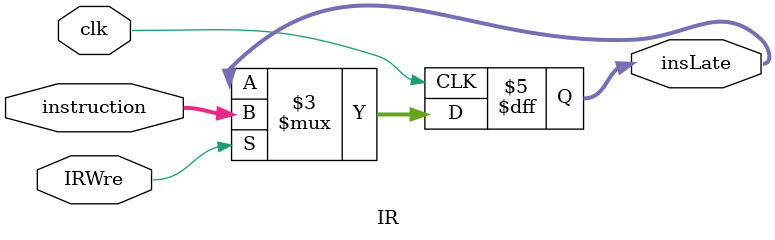
<source format=v>
`timescale 1ns / 1ps
 
module IR(
    input clk,IRWre,
    input [31:0] instruction,
    output reg [31:0] insLate
    );
    
    always @(posedge clk) begin  
         if(IRWre) begin
            insLate = instruction;  
        end 
    end
endmodule

</source>
